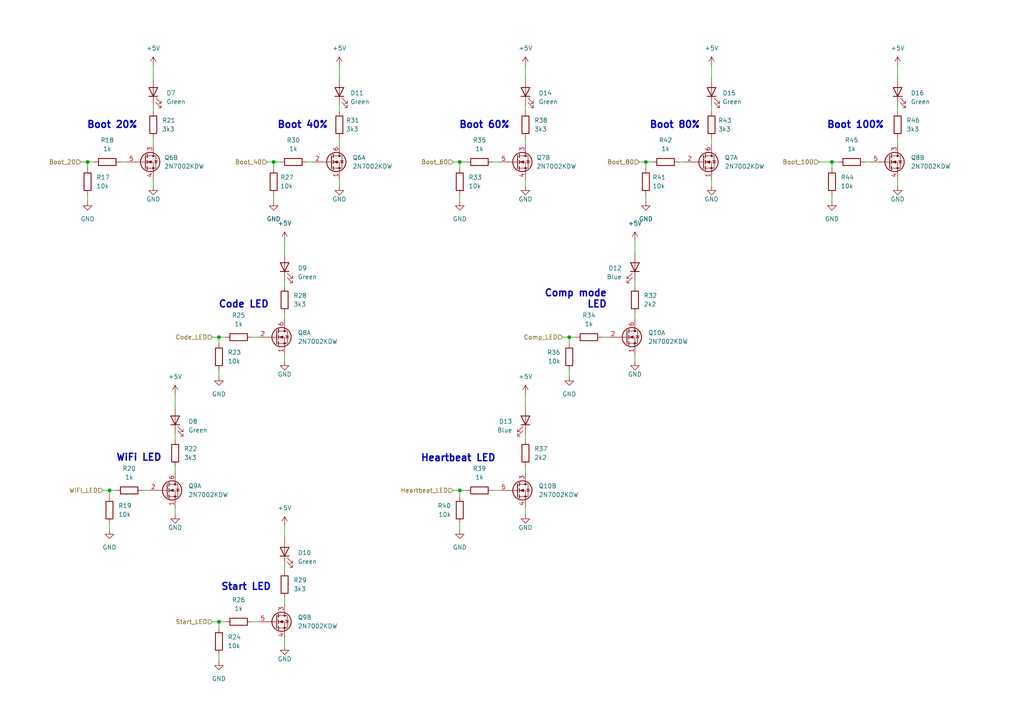
<source format=kicad_sch>
(kicad_sch (version 20231120) (generator "eeschema") (generator_version "8.0")
  (paper "A4")
  (title_block (title "KCH - Raspberry Pi HAT") (date "2022-07-16") (rev "B (S3L2)") (company "Student Robotics") (comment 1 "Individual UI LEDs"))
  (lib_symbols
    (symbol "Device:LED" (pin_numbers hide) (pin_names (offset 1.016) hide)
      (property "Reference" "D" (at 0 2.54 0))
      (property "Value" "LED" (at 0 -2.54 0))
      (symbol "LED_0_1"
        (polyline (pts (xy -1.27 -1.27) (xy -1.27 1.27)) (stroke (width 0.254)))
        (polyline (pts (xy -1.27 0) (xy 1.27 0)))
        (polyline (pts (xy 1.27 -1.27) (xy 1.27 1.27) (xy -1.27 0) (xy 1.27 -1.27)) (stroke (width 0.254)))
        (polyline (pts (xy -3.048 -0.762) (xy -4.572 -2.286) (xy -3.81 -2.286) (xy -4.572 -2.286) (xy -4.572 -1.524)))
        (polyline (pts (xy -1.778 -0.762) (xy -3.302 -2.286) (xy -2.54 -2.286) (xy -3.302 -2.286) (xy -3.302 -1.524)))
      )
      (symbol "LED_1_1"
        (pin passive line (at -3.81 0 0) (length 2.54) (name "K") (number "1"))
        (pin passive line (at 3.81 0 180) (length 2.54) (name "A") (number "2"))
      )
    )
    (symbol "Device:Q_Dual_NMOS_S1G1D2S2G2D1" (pin_names (offset 0) hide)
      (property "Reference" "Q" (at 6.35 1.27 0))
      (property "Value" "Q_Dual_NMOS_S1G1D2S2G2D1" (at 19.05 -1.27 0))
      (symbol "Q_Dual_NMOS_S1G1D2S2G2D1_0_1"
        (polyline (pts (xy 0.254 0) (xy -2.54 0)))
        (polyline (pts (xy 0.254 1.905) (xy 0.254 -1.905)) (stroke (width 0.254)))
        (polyline (pts (xy 0.762 -1.27) (xy 0.762 -2.286)) (stroke (width 0.254)))
        (polyline (pts (xy 0.762 0.508) (xy 0.762 -0.508)) (stroke (width 0.254)))
        (polyline (pts (xy 0.762 2.286) (xy 0.762 1.27)) (stroke (width 0.254)))
        (polyline (pts (xy 2.54 2.54) (xy 2.54 1.778)))
        (polyline (pts (xy 2.54 -2.54) (xy 2.54 0) (xy 0.762 0)))
        (polyline (pts (xy 0.762 -1.778) (xy 3.302 -1.778) (xy 3.302 1.778) (xy 0.762 1.778)))
        (polyline (pts (xy 1.016 0) (xy 2.032 0.381) (xy 2.032 -0.381) (xy 1.016 0)) (fill (type outline)))
        (polyline (pts (xy 2.794 0.508) (xy 2.921 0.381) (xy 3.683 0.381) (xy 3.81 0.254)))
        (polyline (pts (xy 3.302 0.381) (xy 2.921 -0.254) (xy 3.683 -0.254) (xy 3.302 0.381)))
        (circle (center 1.651 0) (radius 2.794) (stroke (width 0.254)))
        (circle (center 2.54 -1.778) (radius 0.254) (fill (type outline)))
        (circle (center 2.54 1.778) (radius 0.254) (fill (type outline)))
      )
      (symbol "Q_Dual_NMOS_S1G1D2S2G2D1_1_1"
        (pin passive line (at 2.54 -5.08 90) (length 2.54) (name "S") (number "1"))
        (pin input line (at -5.08 0 0) (length 2.54) (name "G") (number "2"))
        (pin passive line (at 2.54 5.08 270) (length 2.54) (name "D") (number "6"))
      )
      (symbol "Q_Dual_NMOS_S1G1D2S2G2D1_2_1"
        (pin passive line (at 2.54 5.08 270) (length 2.54) (name "D") (number "3"))
        (pin passive line (at 2.54 -5.08 90) (length 2.54) (name "S") (number "4"))
        (pin input line (at -5.08 0 0) (length 2.54) (name "G") (number "5"))
      )
    )
    (symbol "Device:R" (pin_numbers hide) (pin_names (offset 0))
      (property "Reference" "R" (at 2.032 0 90))
      (property "Value" "R" (at 0 0 90))
      (symbol "R_0_1"
        (rectangle (start -1.016 -2.54) (end 1.016 2.54) (stroke (width 0.254)))
      )
      (symbol "R_1_1"
        (pin passive line (at 0 3.81 270) (length 1.27) (name "~") (number "1"))
        (pin passive line (at 0 -3.81 90) (length 1.27) (name "~") (number "2"))
      )
    )
    (symbol "power:+5V" (power) (pin_names (offset 0))
      (property "Value" "+5V" (at 0 3.556 0))
      (symbol "+5V_0_1"
        (polyline (pts (xy -0.762 1.27) (xy 0 2.54)))
        (polyline (pts (xy 0 0) (xy 0 2.54)))
        (polyline (pts (xy 0 2.54) (xy 0.762 1.27)))
      )
      (symbol "+5V_1_1"
        (pin power_in line (at 0 0 90) (length 0) hide (name "+5V") (number "1"))
      )
    )
    (symbol "power:GND" (power) (pin_names (offset 0))
      (property "Value" "GND" (at 0 -3.81 0))
      (symbol "GND_0_1"
        (polyline (pts (xy 0 0) (xy 0 -1.27) (xy 1.27 -1.27) (xy 0 -2.54) (xy -1.27 -1.27) (xy 0 -1.27)))
      )
      (symbol "GND_1_1"
        (pin power_in line (at 0 0 270) (length 0) hide (name "GND") (number "1"))
      )
    )
  )
  (junction (at 133.35 46.99))
  (junction (at 79.375 46.99))
  (junction (at 25.4 46.99))
  (junction (at 63.5 180.34))
  (junction (at 165.1 97.79))
  (junction (at 241.3 46.99))
  (junction (at 133.35 142.24))
  (junction (at 187.325 46.99))
  (junction (at 31.75 142.24))
  (junction (at 63.5 97.79))
  (wire (pts (xy 260.35 30.48) (xy 260.35 32.385)))
  (wire (pts (xy 34.925 46.99) (xy 36.83 46.99)))
  (wire (pts (xy 184.15 69.85) (xy 184.15 73.66)))
  (wire (pts (xy 133.35 142.24) (xy 133.35 144.145)))
  (wire (pts (xy 185.42 46.99) (xy 187.325 46.99)))
  (wire (pts (xy 25.4 46.99) (xy 27.305 46.99)))
  (wire (pts (xy 25.4 56.515) (xy 25.4 58.42)))
  (wire (pts (xy 98.425 52.07) (xy 98.425 53.975)))
  (wire (pts (xy 206.375 40.005) (xy 206.375 41.91)))
  (wire (pts (xy 152.4 40.005) (xy 152.4 41.91)))
  (wire (pts (xy 260.35 19.05) (xy 260.35 22.86)))
  (wire (pts (xy 31.75 142.24) (xy 33.655 142.24)))
  (wire (pts (xy 41.275 142.24) (xy 43.18 142.24)))
  (wire (pts (xy 44.45 30.48) (xy 44.45 32.385)))
  (wire (pts (xy 152.4 52.07) (xy 152.4 53.975)))
  (wire (pts (xy 82.55 173.355) (xy 82.55 175.26)))
  (wire (pts (xy 88.9 46.99) (xy 90.805 46.99)))
  (wire (pts (xy 82.55 81.28) (xy 82.55 83.185)))
  (wire (pts (xy 206.375 19.05) (xy 206.375 22.86)))
  (wire (pts (xy 50.8 135.255) (xy 50.8 137.16)))
  (wire (pts (xy 50.8 114.3) (xy 50.8 118.11)))
  (wire (pts (xy 260.35 40.005) (xy 260.35 41.91)))
  (wire (pts (xy 131.445 46.99) (xy 133.35 46.99)))
  (wire (pts (xy 63.5 97.79) (xy 65.405 97.79)))
  (wire (pts (xy 79.375 46.99) (xy 79.375 48.895)))
  (wire (pts (xy 98.425 30.48) (xy 98.425 32.385)))
  (wire (pts (xy 25.4 46.99) (xy 25.4 48.895)))
  (wire (pts (xy 133.35 151.765) (xy 133.35 153.67)))
  (wire (pts (xy 165.1 97.79) (xy 165.1 99.695)))
  (wire (pts (xy 241.3 46.99) (xy 241.3 48.895)))
  (wire (pts (xy 82.55 69.85) (xy 82.55 73.66)))
  (wire (pts (xy 184.15 90.805) (xy 184.15 92.71)))
  (wire (pts (xy 82.55 185.42) (xy 82.55 187.325)))
  (wire (pts (xy 50.8 125.73) (xy 50.8 127.635)))
  (wire (pts (xy 98.425 40.005) (xy 98.425 41.91)))
  (wire (pts (xy 82.55 90.805) (xy 82.55 92.71)))
  (wire (pts (xy 63.5 180.34) (xy 65.405 180.34)))
  (wire (pts (xy 152.4 147.32) (xy 152.4 149.225)))
  (wire (pts (xy 31.75 142.24) (xy 31.75 144.145)))
  (wire (pts (xy 152.4 30.48) (xy 152.4 32.385)))
  (wire (pts (xy 50.8 147.32) (xy 50.8 149.225)))
  (wire (pts (xy 187.325 56.515) (xy 187.325 58.42)))
  (wire (pts (xy 133.35 56.515) (xy 133.35 58.42)))
  (wire (pts (xy 260.35 52.07) (xy 260.35 53.975)))
  (wire (pts (xy 44.45 40.005) (xy 44.45 41.91)))
  (wire (pts (xy 165.1 97.79) (xy 163.195 97.79)))
  (wire (pts (xy 79.375 46.99) (xy 81.28 46.99)))
  (wire (pts (xy 165.1 97.79) (xy 167.005 97.79)))
  (wire (pts (xy 184.15 81.28) (xy 184.15 83.185)))
  (wire (pts (xy 61.595 180.34) (xy 63.5 180.34)))
  (wire (pts (xy 77.47 46.99) (xy 79.375 46.99)))
  (wire (pts (xy 82.55 102.87) (xy 82.55 104.775)))
  (wire (pts (xy 82.55 152.4) (xy 82.55 156.21)))
  (wire (pts (xy 73.025 97.79) (xy 74.93 97.79)))
  (wire (pts (xy 184.15 102.87) (xy 184.15 104.775)))
  (wire (pts (xy 82.55 163.83) (xy 82.55 165.735)))
  (wire (pts (xy 31.75 151.765) (xy 31.75 153.67)))
  (wire (pts (xy 237.49 46.99) (xy 241.3 46.99)))
  (wire (pts (xy 63.5 107.315) (xy 63.5 109.22)))
  (wire (pts (xy 206.375 30.48) (xy 206.375 32.385)))
  (wire (pts (xy 29.845 142.24) (xy 31.75 142.24)))
  (wire (pts (xy 44.45 19.05) (xy 44.45 22.86)))
  (wire (pts (xy 61.595 97.79) (xy 63.5 97.79)))
  (wire (pts (xy 152.4 114.3) (xy 152.4 118.11)))
  (wire (pts (xy 44.45 52.07) (xy 44.45 53.975)))
  (wire (pts (xy 98.425 19.05) (xy 98.425 22.86)))
  (wire (pts (xy 152.4 135.255) (xy 152.4 137.16)))
  (wire (pts (xy 133.35 142.24) (xy 131.445 142.24)))
  (wire (pts (xy 79.375 56.515) (xy 79.375 58.42)))
  (wire (pts (xy 63.5 189.865) (xy 63.5 191.77)))
  (wire (pts (xy 206.375 52.07) (xy 206.375 53.975)))
  (wire (pts (xy 152.4 19.05) (xy 152.4 22.86)))
  (wire (pts (xy 241.3 56.515) (xy 241.3 58.42)))
  (wire (pts (xy 187.325 46.99) (xy 187.325 48.895)))
  (wire (pts (xy 133.35 46.99) (xy 135.255 46.99)))
  (wire (pts (xy 73.025 180.34) (xy 74.93 180.34)))
  (wire (pts (xy 187.325 46.99) (xy 189.23 46.99)))
  (wire (pts (xy 142.875 46.99) (xy 144.78 46.99)))
  (wire (pts (xy 196.85 46.99) (xy 198.755 46.99)))
  (wire (pts (xy 133.35 142.24) (xy 135.255 142.24)))
  (wire (pts (xy 174.625 97.79) (xy 176.53 97.79)))
  (wire (pts (xy 63.5 97.79) (xy 63.5 99.695)))
  (wire (pts (xy 63.5 180.34) (xy 63.5 182.245)))
  (wire (pts (xy 165.1 107.315) (xy 165.1 109.22)))
  (wire (pts (xy 144.78 142.24) (xy 142.875 142.24)))
  (wire (pts (xy 241.3 46.99) (xy 243.205 46.99)))
  (wire (pts (xy 133.35 46.99) (xy 133.35 48.895)))
  (wire (pts (xy 250.825 46.99) (xy 252.73 46.99)))
  (wire (pts (xy 23.495 46.99) (xy 25.4 46.99)))
  (wire (pts (xy 152.4 125.73) (xy 152.4 127.635)))
  (text "Boot 100%" (at 256.54 37.465 0) (effects (font (size 2 2) (thickness 0.4) (bold yes)) (justify right bottom)))
  (text "WiFi LED" (at 46.99 133.985 0) (effects (font (size 2 2) (thickness 0.4) (bold yes)) (justify right bottom)))
  (text "Boot 60%" (at 147.955 37.465 0) (effects (font (size 2 2) (thickness 0.4) (bold yes)) (justify right bottom)))
  (text "Comp mode\n    LED" (at 176.149 89.535 0) (effects (font (size 2 2) (thickness 0.4) (bold yes)) (justify right bottom)))
  (text "Start LED" (at 78.74 171.45 0) (effects (font (size 2 2) (thickness 0.4) (bold yes)) (justify right bottom)))
  (text "Boot 40%" (at 95.25 37.465 0) (effects (font (size 2 2) (thickness 0.4) (bold yes)) (justify right bottom)))
  (text "Code LED" (at 78.105 89.535 0) (effects (font (size 2 2) (thickness 0.4) (bold yes)) (justify right bottom)))
  (text "Boot 20%" (at 40.005 37.465 0) (effects (font (size 2 2) (thickness 0.4) (bold yes)) (justify right bottom)))
  (text "Boot 80%" (at 203.2 37.465 0) (effects (font (size 2 2) (thickness 0.4) (bold yes)) (justify right bottom)))
  (text "Heartbeat LED" (at 143.891 134.112 0) (effects (font (size 2 2) (thickness 0.4) (bold yes)) (justify right bottom)))
  (hierarchical_label "WIFI_LED" (shape input) (at 29.845 142.24 180))
  (hierarchical_label "Code_LED" (shape input) (at 61.595 97.79 180))
  (hierarchical_label "Heartbeat_LED" (shape input) (at 131.445 142.24 180))
  (hierarchical_label "Boot_20" (shape input) (at 23.495 46.99 180))
  (hierarchical_label "Boot_40" (shape input) (at 77.47 46.99 180))
  (hierarchical_label "Boot_100" (shape input) (at 237.49 46.99 180))
  (hierarchical_label "Boot_60" (shape input) (at 131.445 46.99 180))
  (hierarchical_label "Boot_80" (shape input) (at 185.42 46.99 180))
  (hierarchical_label "Start_LED" (shape input) (at 61.595 180.34 180))
  (hierarchical_label "Comp_LED" (shape input) (at 163.195 97.79 180))
  (symbol (lib_id "Device:R") (at 139.065 46.99 90) (unit 1)
    (property "Reference" "R35" (at 139.065 40.64 90))
    (property "Value" "1k" (at 139.065 43.18 90))
    (property "Footprint" "Resistor_SMD:R_0402_1005Metric" (effects (hide yes)))
    (property "JLC" "C11702" (effects (hide yes)))
  )
  (symbol (lib_id "power:GND") (at 50.8 149.225 0) (unit 1)
    (property "Reference" "#PWR032" (effects (hide yes)))
    (property "Value" "GND" (at 50.8 153.035 0))
  )
  (symbol (lib_id "Device:R") (at 133.35 52.705 0) (unit 1)
    (property "Reference" "R33" (at 135.89 51.4349 0) (effects (justify left)))
    (property "Value" "10k" (at 135.89 53.9749 0) (effects (justify left)))
    (property "Footprint" "Resistor_SMD:R_0402_1005Metric" (effects (hide yes)))
    (property "JLC" "C25744" (effects (hide yes)))
  )
  (symbol (lib_id "Device:R") (at 69.215 180.34 90) (unit 1)
    (property "Reference" "R26" (at 69.215 173.99 90))
    (property "Value" "1k" (at 69.215 176.53 90))
    (property "Footprint" "Resistor_SMD:R_0402_1005Metric" (effects (hide yes)))
    (property "JLC" "C11702" (effects (hide yes)))
  )
  (symbol (lib_id "Device:R") (at 170.815 97.79 90) (unit 1)
    (property "Reference" "R34" (at 170.815 91.44 90))
    (property "Value" "1k" (at 170.815 93.98 90))
    (property "Footprint" "Resistor_SMD:R_0402_1005Metric" (effects (hide yes)))
    (property "JLC" "C11702" (effects (hide yes)))
  )
  (symbol (lib_id "power:+5V") (at 98.425 19.05 0) (unit 1)
    (property "Reference" "#PWR040" (effects (hide yes)))
    (property "Value" "+5V" (at 98.425 13.97 0))
  )
  (symbol (lib_id "Device:R") (at 206.375 36.195 0) (unit 1)
    (property "Reference" "R43" (at 208.28 34.9249 0) (effects (justify left)))
    (property "Value" "3k3" (at 208.28 37.4649 0) (effects (justify left)))
    (property "Footprint" "Resistor_SMD:R_0402_1005Metric" (effects (hide yes)))
    (property "JLC" "C25890" (effects (hide yes)))
  )
  (symbol (lib_id "power:GND") (at 152.4 149.225 0) (mirror y) (unit 1)
    (property "Reference" "#PWR047" (effects (hide yes)))
    (property "Value" "GND" (at 152.4 153.035 0))
  )
  (symbol (lib_id "Device:R") (at 139.065 142.24 90) (unit 1)
    (property "Reference" "R39" (at 139.065 135.89 90))
    (property "Value" "1k" (at 139.065 138.43 90))
    (property "Footprint" "Resistor_SMD:R_0402_1005Metric" (effects (hide yes)))
    (property "JLC" "C11702" (effects (hide yes)))
  )
  (symbol (lib_id "power:GND") (at 63.5 109.22 0) (unit 1)
    (property "Reference" "#PWR033" (effects (hide yes)))
    (property "Value" "GND" (at 63.5 114.3 0))
  )
  (symbol (lib_id "power:GND") (at 63.5 191.77 0) (unit 1)
    (property "Reference" "#PWR034" (effects (hide yes)))
    (property "Value" "GND" (at 63.5 196.85 0))
  )
  (symbol (lib_id "Device:Q_Dual_NMOS_S1G1D2S2G2D1") (at 95.885 46.99 0) (unit 1)
    (property "Reference" "Q6" (at 102.235 45.7199 0) (effects (justify left)))
    (property "Value" "2N7002KDW" (at 102.235 48.2599 0) (effects (justify left)))
    (property "Footprint" "Package_TO_SOT_SMD:SOT-363_SC-70-6" (effects (hide yes)))
    (property "Datasheet" "https://datasheet.lcsc.com/lcsc/1808151859_PANJIT-International-2N7002KDW_C106992.pdf" (effects (hide yes)))
    (property "JLC" "C2912545" (effects (hide yes)))
  )
  (symbol (lib_id "Device:LED") (at 260.35 26.67 90) (unit 1)
    (property "Reference" "D16" (at 264.16 26.9874 90) (effects (justify right)))
    (property "Value" "Green" (at 264.16 29.5274 90) (effects (justify right)))
    (property "Footprint" "LED_SMD:LED_0603_1608Metric_Pad1.05x0.95mm_HandSolder" (effects (hide yes)))
    (property "Datasheet" "https://datasheet.lcsc.com/lcsc/1811101510_Everlight-Elec-19-217-GHC-YR1S2-3T_C72043.pdf" (effects (hide yes)))
    (property "JLC" "C72043" (effects (hide yes)))
  )
  (symbol (lib_id "Device:Q_Dual_NMOS_S1G1D2S2G2D1") (at 203.835 46.99 0) (unit 1)
    (property "Reference" "Q7" (at 210.185 45.7199 0) (effects (justify left)))
    (property "Value" "2N7002KDW" (at 210.185 48.2599 0) (effects (justify left)))
    (property "Footprint" "Package_TO_SOT_SMD:SOT-363_SC-70-6" (effects (hide yes)))
    (property "Datasheet" "https://datasheet.lcsc.com/lcsc/1808151859_PANJIT-International-2N7002KDW_C106992.pdf" (effects (hide yes)))
    (property "JLC" "C2912545" (effects (hide yes)))
  )
  (symbol (lib_id "power:GND") (at 187.325 58.42 0) (unit 1)
    (property "Reference" "#PWR051" (effects (hide yes)))
    (property "Value" "GND" (at 187.325 63.5 0))
  )
  (symbol (lib_id "power:GND") (at 133.35 153.67 0) (unit 1)
    (property "Reference" "#PWR050" (effects (hide yes)))
    (property "Value" "GND" (at 133.35 158.75 0))
  )
  (symbol (lib_id "power:+5V") (at 82.55 152.4 0) (unit 1)
    (property "Reference" "#PWR038" (effects (hide yes)))
    (property "Value" "+5V" (at 82.55 147.32 0))
  )
  (symbol (lib_id "Device:Q_Dual_NMOS_S1G1D2S2G2D1") (at 257.81 46.99 0) (unit 2)
    (property "Reference" "Q8" (at 264.16 45.7199 0) (effects (justify left)))
    (property "Value" "2N7002KDW" (at 264.16 48.2599 0) (effects (justify left)))
    (property "Footprint" "Package_TO_SOT_SMD:SOT-363_SC-70-6" (effects (hide yes)))
    (property "Datasheet" "https://datasheet.lcsc.com/lcsc/1808151859_PANJIT-International-2N7002KDW_C106992.pdf" (effects (hide yes)))
    (property "JLC" "C2912545" (effects (hide yes)))
  )
  (symbol (lib_id "power:GND") (at 260.35 53.975 0) (unit 1)
    (property "Reference" "#PWR056" (effects (hide yes)))
    (property "Value" "GND" (at 260.35 57.785 0))
  )
  (symbol (lib_id "Device:LED") (at 152.4 121.92 270) (mirror x) (unit 1)
    (property "Reference" "D13" (at 148.59 122.2374 90) (effects (justify right)))
    (property "Value" "Blue" (at 148.59 124.7774 90) (effects (justify right)))
    (property "Footprint" "LED_SMD:LED_0603_1608Metric_Pad1.05x0.95mm_HandSolder" (effects (hide yes)))
    (property "Datasheet" "https://wmsc.lcsc.com/wmsc/upload/file/pdf/v2/lcsc/1810220913_Hubei-KENTO-Elec-KT-0603B_C2288.pdf" (effects (hide yes)))
    (property "JLC" "C2288" (effects (hide yes)))
  )
  (symbol (lib_id "Device:R") (at 152.4 131.445 0) (mirror y) (unit 1)
    (property "Reference" "R37" (at 154.94 130.1749 0) (effects (justify right)))
    (property "Value" "2k2" (at 154.94 132.7149 0) (effects (justify right)))
    (property "Footprint" "Resistor_SMD:R_0402_1005Metric" (effects (hide yes)))
    (property "JLC" "C25879" (effects (hide yes)))
  )
  (symbol (lib_id "Device:R") (at 31.75 147.955 0) (unit 1)
    (property "Reference" "R19" (at 34.29 146.6849 0) (effects (justify left)))
    (property "Value" "10k" (at 34.29 149.2249 0) (effects (justify left)))
    (property "Footprint" "Resistor_SMD:R_0402_1005Metric" (effects (hide yes)))
    (property "JLC" "C25744" (effects (hide yes)))
  )
  (symbol (lib_id "Device:R") (at 82.55 86.995 0) (unit 1)
    (property "Reference" "R28" (at 85.09 85.7249 0) (effects (justify left)))
    (property "Value" "3k3" (at 85.09 88.2649 0) (effects (justify left)))
    (property "Footprint" "Resistor_SMD:R_0402_1005Metric" (effects (hide yes)))
    (property "JLC" "C25890" (effects (hide yes)))
  )
  (symbol (lib_id "Device:Q_Dual_NMOS_S1G1D2S2G2D1") (at 149.86 142.24 0) (unit 2)
    (property "Reference" "Q10" (at 156.21 140.9699 0) (effects (justify left)))
    (property "Value" "2N7002KDW" (at 156.21 143.5099 0) (effects (justify left)))
    (property "Footprint" "Package_TO_SOT_SMD:SOT-363_SC-70-6" (effects (hide yes)))
    (property "Datasheet" "https://datasheet.lcsc.com/lcsc/1808151859_PANJIT-International-2N7002KDW_C106992.pdf" (effects (hide yes)))
    (property "JLC" "C2912545" (effects (hide yes)))
  )
  (symbol (lib_id "power:GND") (at 44.45 53.975 0) (unit 1)
    (property "Reference" "#PWR030" (effects (hide yes)))
    (property "Value" "GND" (at 44.45 57.785 0))
  )
  (symbol (lib_id "Device:LED") (at 82.55 160.02 90) (unit 1)
    (property "Reference" "D10" (at 86.36 160.3374 90) (effects (justify right)))
    (property "Value" "Green" (at 86.36 162.8774 90) (effects (justify right)))
    (property "Footprint" "LED_SMD:LED_0603_1608Metric_Pad1.05x0.95mm_HandSolder" (effects (hide yes)))
    (property "Datasheet" "https://datasheet.lcsc.com/lcsc/1811101510_Everlight-Elec-19-217-GHC-YR1S2-3T_C72043.pdf" (effects (hide yes)))
    (property "JLC" "C72043" (effects (hide yes)))
  )
  (symbol (lib_id "Device:LED") (at 50.8 121.92 90) (unit 1)
    (property "Reference" "D8" (at 54.61 122.2374 90) (effects (justify right)))
    (property "Value" "Green" (at 54.61 124.7774 90) (effects (justify right)))
    (property "Footprint" "LED_SMD:LED_0603_1608Metric_Pad1.05x0.95mm_HandSolder" (effects (hide yes)))
    (property "Datasheet" "https://datasheet.lcsc.com/lcsc/1811101510_Everlight-Elec-19-217-GHC-YR1S2-3T_C72043.pdf" (effects (hide yes)))
    (property "JLC" "C72043" (effects (hide yes)))
  )
  (symbol (lib_id "Device:Q_Dual_NMOS_S1G1D2S2G2D1") (at 181.61 97.79 0) (unit 1)
    (property "Reference" "Q10" (at 187.96 96.5199 0) (effects (justify left)))
    (property "Value" "2N7002KDW" (at 187.96 99.0599 0) (effects (justify left)))
    (property "Footprint" "Package_TO_SOT_SMD:SOT-363_SC-70-6" (effects (hide yes)))
    (property "Datasheet" "https://datasheet.lcsc.com/lcsc/1808151859_PANJIT-International-2N7002KDW_C106992.pdf" (effects (hide yes)))
    (property "JLC" "C2912545" (effects (hide yes)))
  )
  (symbol (lib_id "Device:Q_Dual_NMOS_S1G1D2S2G2D1") (at 149.86 46.99 0) (unit 2)
    (property "Reference" "Q7" (at 155.575 45.7199 0) (effects (justify left)))
    (property "Value" "2N7002KDW" (at 155.575 48.2599 0) (effects (justify left)))
    (property "Footprint" "Package_TO_SOT_SMD:SOT-363_SC-70-6" (effects (hide yes)))
    (property "Datasheet" "https://datasheet.lcsc.com/lcsc/1808151859_PANJIT-International-2N7002KDW_C106992.pdf" (effects (hide yes)))
    (property "JLC" "C2912545" (effects (hide yes)))
  )
  (symbol (lib_id "power:+5V") (at 260.35 19.05 0) (unit 1)
    (property "Reference" "#PWR055" (effects (hide yes)))
    (property "Value" "+5V" (at 260.35 13.97 0))
  )
  (symbol (lib_id "power:GND") (at 184.15 104.775 0) (mirror y) (unit 1)
    (property "Reference" "#PWR043" (effects (hide yes)))
    (property "Value" "GND" (at 184.15 108.585 0))
  )
  (symbol (lib_id "power:+5V") (at 184.15 69.85 0) (mirror y) (unit 1)
    (property "Reference" "#PWR042" (effects (hide yes)))
    (property "Value" "+5V" (at 184.15 64.77 0))
  )
  (symbol (lib_id "power:GND") (at 206.375 53.975 0) (unit 1)
    (property "Reference" "#PWR053" (effects (hide yes)))
    (property "Value" "GND" (at 206.375 57.785 0))
  )
  (symbol (lib_id "power:GND") (at 98.425 53.975 0) (unit 1)
    (property "Reference" "#PWR041" (effects (hide yes)))
    (property "Value" "GND" (at 98.425 57.785 0))
  )
  (symbol (lib_id "Device:LED") (at 152.4 26.67 90) (unit 1)
    (property "Reference" "D14" (at 156.21 26.9874 90) (effects (justify right)))
    (property "Value" "Green" (at 156.21 29.5274 90) (effects (justify right)))
    (property "Footprint" "LED_SMD:LED_0603_1608Metric_Pad1.05x0.95mm_HandSolder" (effects (hide yes)))
    (property "Datasheet" "https://datasheet.lcsc.com/lcsc/1811101510_Everlight-Elec-19-217-GHC-YR1S2-3T_C72043.pdf" (effects (hide yes)))
    (property "JLC" "C72043" (effects (hide yes)))
  )
  (symbol (lib_id "power:GND") (at 241.3 58.42 0) (unit 1)
    (property "Reference" "#PWR054" (effects (hide yes)))
    (property "Value" "GND" (at 241.3 63.5 0))
  )
  (symbol (lib_id "Device:R") (at 260.35 36.195 0) (unit 1)
    (property "Reference" "R46" (at 262.89 34.9249 0) (effects (justify left)))
    (property "Value" "3k3" (at 262.89 37.4649 0) (effects (justify left)))
    (property "Footprint" "Resistor_SMD:R_0402_1005Metric" (effects (hide yes)))
    (property "JLC" "C25890" (effects (hide yes)))
  )
  (symbol (lib_id "Device:R") (at 184.15 86.995 0) (mirror y) (unit 1)
    (property "Reference" "R32" (at 186.69 85.7249 0) (effects (justify right)))
    (property "Value" "2k2" (at 186.69 88.2649 0) (effects (justify right)))
    (property "Footprint" "Resistor_SMD:R_0402_1005Metric" (effects (hide yes)))
    (property "JLC" "C25879" (effects (hide yes)))
  )
  (symbol (lib_id "Device:R") (at 44.45 36.195 0) (unit 1)
    (property "Reference" "R21" (at 46.99 34.9249 0) (effects (justify left)))
    (property "Value" "3k3" (at 46.99 37.4649 0) (effects (justify left)))
    (property "Footprint" "Resistor_SMD:R_0402_1005Metric" (effects (hide yes)))
    (property "JLC" "C25890" (effects (hide yes)))
  )
  (symbol (lib_id "Device:LED") (at 206.375 26.67 90) (unit 1)
    (property "Reference" "D15" (at 209.55 26.9874 90) (effects (justify right)))
    (property "Value" "Green" (at 209.55 29.5274 90) (effects (justify right)))
    (property "Footprint" "LED_SMD:LED_0603_1608Metric_Pad1.05x0.95mm_HandSolder" (effects (hide yes)))
    (property "Datasheet" "https://datasheet.lcsc.com/lcsc/1811101510_Everlight-Elec-19-217-GHC-YR1S2-3T_C72043.pdf" (effects (hide yes)))
    (property "JLC" "C72043" (effects (hide yes)))
  )
  (symbol (lib_id "power:+5V") (at 152.4 114.3 0) (mirror y) (unit 1)
    (property "Reference" "#PWR046" (effects (hide yes)))
    (property "Value" "+5V" (at 152.4 109.22 0))
  )
  (symbol (lib_id "Device:R") (at 82.55 169.545 0) (unit 1)
    (property "Reference" "R29" (at 85.09 168.2749 0) (effects (justify left)))
    (property "Value" "3k3" (at 85.09 170.8149 0) (effects (justify left)))
    (property "Footprint" "Resistor_SMD:R_0402_1005Metric" (effects (hide yes)))
    (property "JLC" "C25890" (effects (hide yes)))
  )
  (symbol (lib_id "Device:R") (at 37.465 142.24 90) (unit 1)
    (property "Reference" "R20" (at 37.465 135.89 90))
    (property "Value" "1k" (at 37.465 138.43 90))
    (property "Footprint" "Resistor_SMD:R_0402_1005Metric" (effects (hide yes)))
    (property "JLC" "C11702" (effects (hide yes)))
  )
  (symbol (lib_id "Device:LED") (at 82.55 77.47 90) (unit 1)
    (property "Reference" "D9" (at 86.36 77.7874 90) (effects (justify right)))
    (property "Value" "Green" (at 86.36 80.3274 90) (effects (justify right)))
    (property "Footprint" "LED_SMD:LED_0603_1608Metric_Pad1.05x0.95mm_HandSolder" (effects (hide yes)))
    (property "Datasheet" "https://datasheet.lcsc.com/lcsc/1811101510_Everlight-Elec-19-217-GHC-YR1S2-3T_C72043.pdf" (effects (hide yes)))
    (property "JLC" "C72043" (effects (hide yes)))
  )
  (symbol (lib_id "power:GND") (at 31.75 153.67 0) (unit 1)
    (property "Reference" "#PWR028" (effects (hide yes)))
    (property "Value" "GND" (at 31.75 158.75 0))
  )
  (symbol (lib_id "Device:R") (at 79.375 52.705 0) (unit 1)
    (property "Reference" "R27" (at 81.28 51.4349 0) (effects (justify left)))
    (property "Value" "10k" (at 81.28 53.9749 0) (effects (justify left)))
    (property "Footprint" "Resistor_SMD:R_0402_1005Metric" (effects (hide yes)))
    (property "JLC" "C25744" (effects (hide yes)))
  )
  (symbol (lib_id "power:+5V") (at 50.8 114.3 0) (unit 1)
    (property "Reference" "#PWR031" (effects (hide yes)))
    (property "Value" "+5V" (at 50.8 109.22 0))
  )
  (symbol (lib_id "Device:R") (at 25.4 52.705 0) (unit 1)
    (property "Reference" "R17" (at 27.94 51.4349 0) (effects (justify left)))
    (property "Value" "10k" (at 27.94 53.9749 0) (effects (justify left)))
    (property "Footprint" "Resistor_SMD:R_0402_1005Metric" (effects (hide yes)))
    (property "JLC" "C25744" (effects (hide yes)))
  )
  (symbol (lib_id "Device:R") (at 85.09 46.99 90) (unit 1)
    (property "Reference" "R30" (at 85.09 40.64 90))
    (property "Value" "1k" (at 85.09 43.18 90))
    (property "Footprint" "Resistor_SMD:R_0402_1005Metric" (effects (hide yes)))
    (property "JLC" "C11702" (effects (hide yes)))
  )
  (symbol (lib_id "Device:R") (at 133.35 147.955 0) (unit 1)
    (property "Reference" "R40" (at 130.81 146.6849 0) (effects (justify right)))
    (property "Value" "10k" (at 130.81 149.2249 0) (effects (justify right)))
    (property "Footprint" "Resistor_SMD:R_0402_1005Metric" (effects (hide yes)))
    (property "JLC" "C25744" (effects (hide yes)))
  )
  (symbol (lib_id "Device:LED") (at 44.45 26.67 90) (unit 1)
    (property "Reference" "D7" (at 48.26 26.9874 90) (effects (justify right)))
    (property "Value" "Green" (at 48.26 29.5274 90) (effects (justify right)))
    (property "Footprint" "LED_SMD:LED_0603_1608Metric_Pad1.05x0.95mm_HandSolder" (effects (hide yes)))
    (property "Datasheet" "https://datasheet.lcsc.com/lcsc/1811101510_Everlight-Elec-19-217-GHC-YR1S2-3T_C72043.pdf" (effects (hide yes)))
    (property "JLC" "C72043" (effects (hide yes)))
  )
  (symbol (lib_id "Device:Q_Dual_NMOS_S1G1D2S2G2D1") (at 80.01 180.34 0) (unit 2)
    (property "Reference" "Q9" (at 86.36 179.0699 0) (effects (justify left)))
    (property "Value" "2N7002KDW" (at 86.36 181.6099 0) (effects (justify left)))
    (property "Footprint" "Package_TO_SOT_SMD:SOT-363_SC-70-6" (effects (hide yes)))
    (property "Datasheet" "https://datasheet.lcsc.com/lcsc/1808151859_PANJIT-International-2N7002KDW_C106992.pdf" (effects (hide yes)))
    (property "JLC" "C2912545" (effects (hide yes)))
  )
  (symbol (lib_id "Device:Q_Dual_NMOS_S1G1D2S2G2D1") (at 48.26 142.24 0) (unit 1)
    (property "Reference" "Q9" (at 54.61 140.9699 0) (effects (justify left)))
    (property "Value" "2N7002KDW" (at 54.61 143.5099 0) (effects (justify left)))
    (property "Footprint" "Package_TO_SOT_SMD:SOT-363_SC-70-6" (effects (hide yes)))
    (property "Datasheet" "https://datasheet.lcsc.com/lcsc/1808151859_PANJIT-International-2N7002KDW_C106992.pdf" (effects (hide yes)))
    (property "JLC" "C2912545" (effects (hide yes)))
  )
  (symbol (lib_id "Device:Q_Dual_NMOS_S1G1D2S2G2D1") (at 41.91 46.99 0) (unit 2)
    (property "Reference" "Q6" (at 47.625 45.7199 0) (effects (justify left)))
    (property "Value" "2N7002KDW" (at 47.625 48.2599 0) (effects (justify left)))
    (property "Footprint" "Package_TO_SOT_SMD:SOT-363_SC-70-6" (effects (hide yes)))
    (property "Datasheet" "https://datasheet.lcsc.com/lcsc/1808151859_PANJIT-International-2N7002KDW_C106992.pdf" (effects (hide yes)))
    (property "JLC" "C2912545" (effects (hide yes)))
  )
  (symbol (lib_id "Device:LED") (at 98.425 26.67 90) (unit 1)
    (property "Reference" "D11" (at 101.6 26.9874 90) (effects (justify right)))
    (property "Value" "Green" (at 101.6 29.5274 90) (effects (justify right)))
    (property "Footprint" "LED_SMD:LED_0603_1608Metric_Pad1.05x0.95mm_HandSolder" (effects (hide yes)))
    (property "Datasheet" "https://datasheet.lcsc.com/lcsc/1811101510_Everlight-Elec-19-217-GHC-YR1S2-3T_C72043.pdf" (effects (hide yes)))
    (property "JLC" "C72043" (effects (hide yes)))
  )
  (symbol (lib_id "power:GND") (at 152.4 53.975 0) (unit 1)
    (property "Reference" "#PWR049" (effects (hide yes)))
    (property "Value" "GND" (at 152.4 57.785 0))
  )
  (symbol (lib_id "Device:LED") (at 184.15 77.47 270) (mirror x) (unit 1)
    (property "Reference" "D12" (at 180.34 77.7874 90) (effects (justify right)))
    (property "Value" "Blue" (at 180.34 80.3274 90) (effects (justify right)))
    (property "Footprint" "LED_SMD:LED_0603_1608Metric_Pad1.05x0.95mm_HandSolder" (effects (hide yes)))
    (property "Datasheet" "https://wmsc.lcsc.com/wmsc/upload/file/pdf/v2/lcsc/1810220913_Hubei-KENTO-Elec-KT-0603B_C2288.pdf" (effects (hide yes)))
    (property "JLC" "C2288" (effects (hide yes)))
  )
  (symbol (lib_id "power:GND") (at 133.35 58.42 0) (unit 1)
    (property "Reference" "#PWR044" (effects (hide yes)))
    (property "Value" "GND" (at 133.35 63.5 0))
  )
  (symbol (lib_id "power:GND") (at 25.4 58.42 0) (unit 1)
    (property "Reference" "#PWR027" (effects (hide yes)))
    (property "Value" "GND" (at 25.4 63.5 0))
  )
  (symbol (lib_id "power:GND") (at 79.375 58.42 0) (unit 1)
    (property "Reference" "#PWR035" (effects (hide yes)))
    (property "Value" "GND" (at 79.375 63.5 0))
  )
  (symbol (lib_id "Device:R") (at 247.015 46.99 90) (unit 1)
    (property "Reference" "R45" (at 247.015 40.64 90))
    (property "Value" "1k" (at 247.015 43.18 90))
    (property "Footprint" "Resistor_SMD:R_0402_1005Metric" (effects (hide yes)))
    (property "JLC" "C11702" (effects (hide yes)))
  )
  (symbol (lib_id "Device:R") (at 193.04 46.99 90) (unit 1)
    (property "Reference" "R42" (at 193.04 40.64 90))
    (property "Value" "1k" (at 193.04 43.18 90))
    (property "Footprint" "Resistor_SMD:R_0402_1005Metric" (effects (hide yes)))
    (property "JLC" "C11702" (effects (hide yes)))
  )
  (symbol (lib_id "power:GND") (at 82.55 104.775 0) (unit 1)
    (property "Reference" "#PWR037" (effects (hide yes)))
    (property "Value" "GND" (at 82.55 108.585 0))
  )
  (symbol (lib_id "power:+5V") (at 82.55 69.85 0) (unit 1)
    (property "Reference" "#PWR036" (effects (hide yes)))
    (property "Value" "+5V" (at 82.55 64.77 0))
  )
  (symbol (lib_id "Device:R") (at 50.8 131.445 0) (unit 1)
    (property "Reference" "R22" (at 53.34 130.1749 0) (effects (justify left)))
    (property "Value" "3k3" (at 53.34 132.7149 0) (effects (justify left)))
    (property "Footprint" "Resistor_SMD:R_0402_1005Metric" (effects (hide yes)))
    (property "JLC" "C25890" (effects (hide yes)))
  )
  (symbol (lib_id "Device:R") (at 241.3 52.705 0) (unit 1)
    (property "Reference" "R44" (at 243.84 51.4349 0) (effects (justify left)))
    (property "Value" "10k" (at 243.84 53.9749 0) (effects (justify left)))
    (property "Footprint" "Resistor_SMD:R_0402_1005Metric" (effects (hide yes)))
    (property "JLC" "C25744" (effects (hide yes)))
  )
  (symbol (lib_id "power:+5V") (at 206.375 19.05 0) (unit 1)
    (property "Reference" "#PWR052" (effects (hide yes)))
    (property "Value" "+5V" (at 206.375 13.97 0))
  )
  (symbol (lib_id "power:+5V") (at 44.45 19.05 0) (unit 1)
    (property "Reference" "#PWR029" (effects (hide yes)))
    (property "Value" "+5V" (at 44.45 13.97 0))
  )
  (symbol (lib_id "Device:R") (at 152.4 36.195 0) (unit 1)
    (property "Reference" "R38" (at 154.94 34.9249 0) (effects (justify left)))
    (property "Value" "3k3" (at 154.94 37.4649 0) (effects (justify left)))
    (property "Footprint" "Resistor_SMD:R_0402_1005Metric" (effects (hide yes)))
    (property "JLC" "C25890" (effects (hide yes)))
  )
  (symbol (lib_id "Device:R") (at 63.5 186.055 0) (unit 1)
    (property "Reference" "R24" (at 66.04 184.7849 0) (effects (justify left)))
    (property "Value" "10k" (at 66.04 187.3249 0) (effects (justify left)))
    (property "Footprint" "Resistor_SMD:R_0402_1005Metric" (effects (hide yes)))
    (property "JLC" "C25744" (effects (hide yes)))
  )
  (symbol (lib_id "Device:R") (at 187.325 52.705 0) (unit 1)
    (property "Reference" "R41" (at 189.23 51.4349 0) (effects (justify left)))
    (property "Value" "10k" (at 189.23 53.9749 0) (effects (justify left)))
    (property "Footprint" "Resistor_SMD:R_0402_1005Metric" (effects (hide yes)))
    (property "JLC" "C25744" (effects (hide yes)))
  )
  (symbol (lib_id "Device:R") (at 31.115 46.99 90) (unit 1)
    (property "Reference" "R18" (at 31.115 40.64 90))
    (property "Value" "1k" (at 31.115 43.18 90))
    (property "Footprint" "Resistor_SMD:R_0402_1005Metric" (effects (hide yes)))
    (property "JLC" "C11702" (effects (hide yes)))
  )
  (symbol (lib_id "Device:R") (at 63.5 103.505 0) (unit 1)
    (property "Reference" "R23" (at 66.04 102.2349 0) (effects (justify left)))
    (property "Value" "10k" (at 66.04 104.7749 0) (effects (justify left)))
    (property "Footprint" "Resistor_SMD:R_0402_1005Metric" (effects (hide yes)))
    (property "JLC" "C25744" (effects (hide yes)))
  )
  (symbol (lib_id "Device:Q_Dual_NMOS_S1G1D2S2G2D1") (at 80.01 97.79 0) (unit 1)
    (property "Reference" "Q8" (at 86.36 96.5199 0) (effects (justify left)))
    (property "Value" "2N7002KDW" (at 86.36 99.0599 0) (effects (justify left)))
    (property "Footprint" "Package_TO_SOT_SMD:SOT-363_SC-70-6" (effects (hide yes)))
    (property "Datasheet" "https://datasheet.lcsc.com/lcsc/1808151859_PANJIT-International-2N7002KDW_C106992.pdf" (effects (hide yes)))
    (property "JLC" "C2912545" (effects (hide yes)))
  )
  (symbol (lib_id "Device:R") (at 165.1 103.505 0) (unit 1)
    (property "Reference" "R36" (at 162.56 102.2349 0) (effects (justify right)))
    (property "Value" "10k" (at 162.56 104.7749 0) (effects (justify right)))
    (property "Footprint" "Resistor_SMD:R_0402_1005Metric" (effects (hide yes)))
    (property "JLC" "C25744" (effects (hide yes)))
  )
  (symbol (lib_id "Device:R") (at 98.425 36.195 0) (unit 1)
    (property "Reference" "R31" (at 100.33 34.9249 0) (effects (justify left)))
    (property "Value" "3k3" (at 100.33 37.4649 0) (effects (justify left)))
    (property "Footprint" "Resistor_SMD:R_0402_1005Metric" (effects (hide yes)))
    (property "JLC" "C25890" (effects (hide yes)))
  )
  (symbol (lib_id "power:GND") (at 165.1 109.22 0) (unit 1)
    (property "Reference" "#PWR045" (effects (hide yes)))
    (property "Value" "GND" (at 165.1 114.3 0))
  )
  (symbol (lib_id "Device:R") (at 69.215 97.79 90) (unit 1)
    (property "Reference" "R25" (at 69.215 91.44 90))
    (property "Value" "1k" (at 69.215 93.98 90))
    (property "Footprint" "Resistor_SMD:R_0402_1005Metric" (effects (hide yes)))
    (property "JLC" "C11702" (effects (hide yes)))
  )
  (symbol (lib_id "power:GND") (at 82.55 187.325 0) (unit 1)
    (property "Reference" "#PWR039" (effects (hide yes)))
    (property "Value" "GND" (at 82.55 191.135 0))
  )
  (symbol (lib_id "power:+5V") (at 152.4 19.05 0) (unit 1)
    (property "Reference" "#PWR048" (effects (hide yes)))
    (property "Value" "+5V" (at 152.4 13.97 0))
  )
)
</source>
